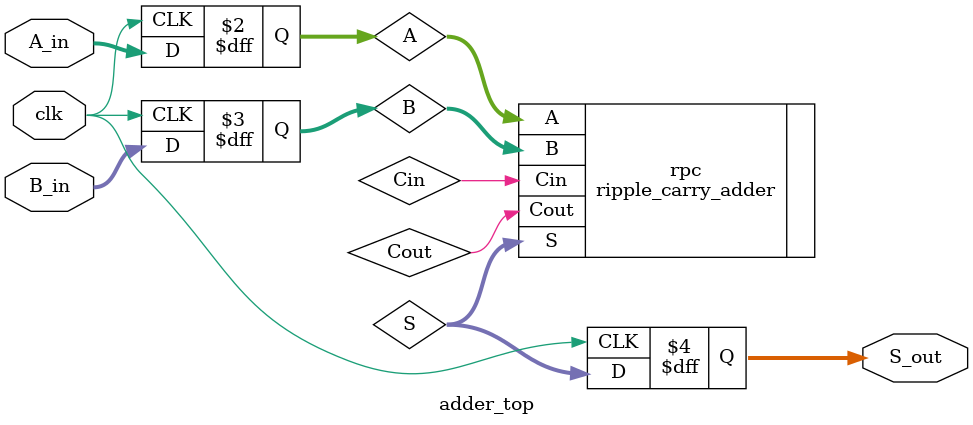
<source format=v>
module adder_top (clk, A_in, B_in, S_out);

input clk;
input [31:0] A_in, B_in;

output reg [31:0] S_out;

reg [31:0] A, B;

wire [31:0] S;
wire Cin, Cout;


ripple_carry_adder rpc(
	.A(A),
	.B(B),
	.S(S),
	.Cin(Cin),
	.Cout(Cout)
);


always @( posedge clk )
begin
	A = A_in;
	B = B_in;
	S_out = S;
end


endmodule

</source>
